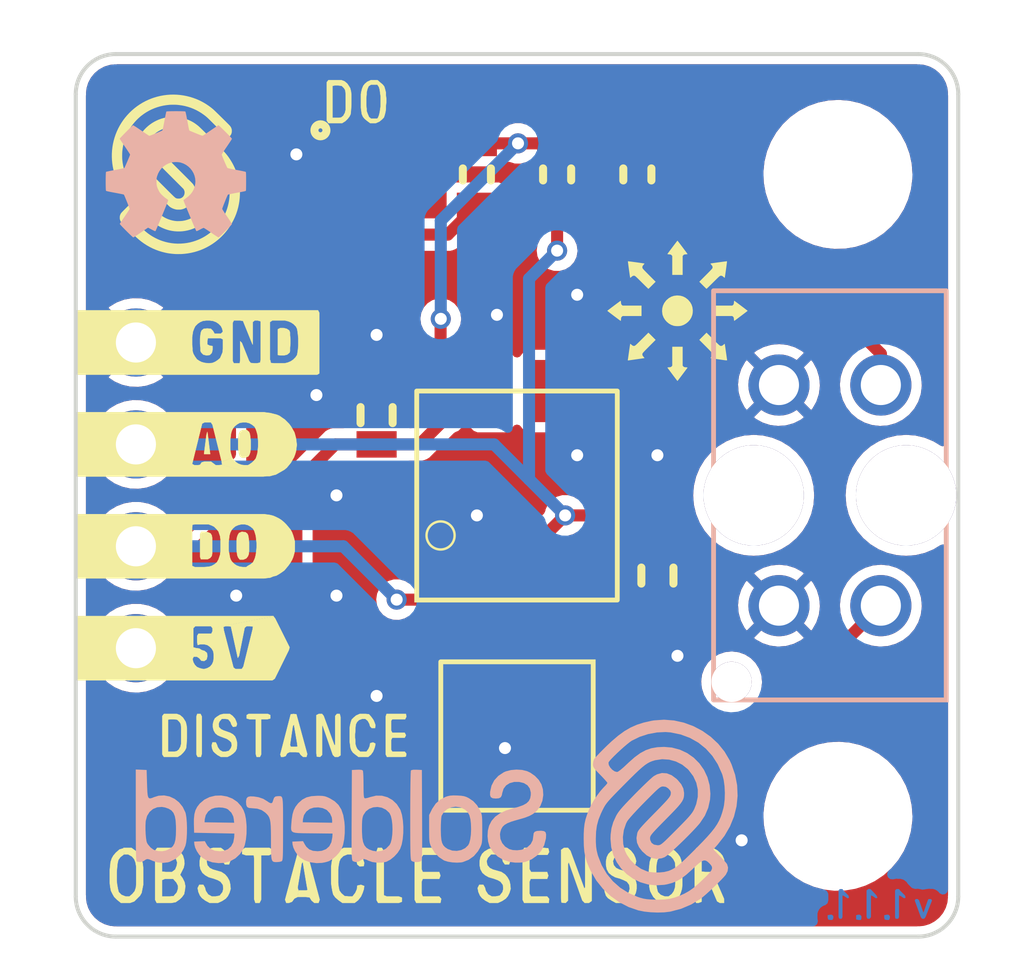
<source format=kicad_pcb>
(kicad_pcb (version 20210623) (generator pcbnew)
  (title_block (title "Obstacle sensor TCRT5000L") (date "2021-06-30") (rev "V1.1.1.") (company "SOLDERED") (comment 1 "333012"))
  (layers (0 "F.Cu" signal) (31 "B.Cu" signal) (34 "B.Paste" user) (35 "F.Paste" user) (36 "B.SilkS" user "B.Silkscreen") (37 "F.SilkS" user "F.Silkscreen") (38 "B.Mask" user) (39 "F.Mask" user) (44 "Edge.Cuts" user))
  (net 0 "")
  (net 1 "A0")
  (net 2 "GND")
  (net 3 "5V")
  (net 4 "Net-(D1-Pad1)")
  (net 5 "D0")
  (net 6 "Net-(R1-Pad1)")
  (net 7 "POT")
  (footprint "e-radionica.com footprinti:0603R" (layer "F.Cu") (at 100 111 90)
    (fp_text reference "R4")
    (fp_text value "10k")
    (pad "1" smd rect locked (at -0.775 0 180) (size 1 0.64) (layers "F.Cu" "F.Paste" "F.Mask") (net 5 "D0"))
    (pad "2" smd rect locked (at 0.775 0 180) (size 1 0.64) (layers "F.Cu" "F.Paste" "F.Mask") (net 3 "5V"))
  )
  (footprint "e-radionica.com footprinti:0603C" (layer "F.Cu") (at 104.5 121 90)
    (fp_text reference "C1")
    (fp_text value "0.1uF")
    (pad "1" smd rect locked (at -0.73 0 90) (size 0.66 1) (layers "F.Cu" "F.Paste" "F.Mask") (net 2 "GND"))
    (pad "2" smd rect locked (at 0.73 0 90) (size 0.66 1) (layers "F.Cu" "F.Paste" "F.Mask") (net 1 "A0"))
  )
  (footprint "Soldered Graphics:Logo-Back-SolderedFULL-15mm" (layer "F.Cu") (at 99 127)
    (fp_text reference "REF**" hide)
    (fp_text value "Logo-Front-SolderedFULL-15mm" hide)
  )
  (footprint "buzzardLabel" (layer "F.Cu") (at 89.6 120.27)
    (fp_text reference "" (at 0 0) (layer "F.SilkS") (effects (font (size 1.27 1.27))))
    (fp_text value "" (at 0 0) (layer "F.SilkS") (effects (font (size 1.27 1.27))))
  )
  (footprint "e-radionica.com footprinti:0603R" (layer "F.Cu") (at 102 111 90)
    (fp_text reference "R3")
    (fp_text value "10k")
    (pad "1" smd rect locked (at -0.775 0 180) (size 1 0.64) (layers "F.Cu" "F.Paste" "F.Mask") (net 1 "A0"))
    (pad "2" smd rect locked (at 0.775 0 180) (size 1 0.64) (layers "F.Cu" "F.Paste" "F.Mask") (net 3 "5V"))
  )
  (footprint "buzzardLabel" (layer "F.Cu") (at 95.2 125)
    (fp_text reference "" (at 0 0) (layer "F.SilkS") (effects (font (size 1.27 1.27))))
    (fp_text value "" (at 0 0) (layer "F.SilkS") (effects (font (size 1.27 1.27))))
  )
  (footprint "e-radionica.com footprinti:HOLE_3.2mm" (layer "F.Cu") (at 109 111)
    (fp_text reference "H2" hide)
    (fp_text value "HOLE_3.2mm" hide)
    (pad "" np_thru_hole circle locked (at 0 0) (size 3.2 3.2) (drill 3.2) (layers F&B.Cu *.Mask))
  )
  (footprint "e-radionica.com footprinti:0402R" (layer "F.Cu") (at 97 112.5 180)
    (fp_text reference "R5")
    (fp_text value "2k2")
    (pad "1" smd rect locked (at -0.5 0 270) (size 0.64 0.54) (layers "F.Cu" "F.Paste" "F.Mask") (net 5 "D0"))
    (pad "2" smd rect locked (at 0.5 0 270) (size 0.64 0.54) (layers "F.Cu" "F.Paste" "F.Mask") (net 4 "Net-(D1-Pad1)"))
  )
  (footprint "buzzardLabel" (layer "F.Cu") (at 97 109.2)
    (fp_text reference "" (at 0 0) (layer "F.SilkS") (effects (font (size 1.27 1.27))))
    (fp_text value "" (at 0 0) (layer "F.SilkS") (effects (font (size 1.27 1.27))))
  )
  (footprint "Soldered Graphics:Logo-Back-OSH-3.5mm" (layer "F.Cu") (at 92.5 111)
    (fp_text reference "G***" hide)
    (fp_text value "LOGO" hide)
  )
  (footprint "e-radionica.com footprinti:FIDUCIAL_23" (layer "F.Cu") (at 105 126.3)
    (fp_text reference "FD1")
    (fp_text value "FIDUCIAL")
    (fp_circle (center 0 0) (end 1 0) (layer "F.Cu") (width 0.2) (fill none))
    (pad "1" smd circle (at 0 0) (size 1 1) (layers "F.Cu" "F.Paste" "F.Mask") (clearance 1.1))
  )
  (footprint "e-radionica.com footprinti:tc33x-2-103e" (layer "F.Cu") (at 101 125 -90)
    (fp_text reference "R2")
    (fp_text value "tc33x-2-103e")
    (pad "1" smd rect locked (at -1 1.8 270) (size 1.2 1.2) (layers "F.Cu" "F.Paste" "F.Mask") (net 3 "5V"))
    (pad "2" smd rect locked (at 0 -1.45 270) (size 1.6 1.5) (layers "F.Cu" "F.Paste" "F.Mask") (net 7 "POT"))
    (pad "3" smd rect locked (at 1 1.8 270) (size 1.2 1.2) (layers "F.Cu" "F.Paste" "F.Mask") (net 2 "GND"))
  )
  (footprint "buzzardLabel" (layer "F.Cu") (at 89.6 117.73)
    (fp_text reference "" (at 0 0) (layer "F.SilkS") (effects (font (size 1.27 1.27))))
    (fp_text value "" (at 0 0) (layer "F.SilkS") (effects (font (size 1.27 1.27))))
  )
  (footprint "buzzardLabel" (layer "F.Cu") (at 89.6 115.19)
    (fp_text reference "" (at 0 0) (layer "F.SilkS") (effects (font (size 1.27 1.27))))
    (fp_text value "" (at 0 0) (layer "F.SilkS") (effects (font (size 1.27 1.27))))
  )
  (footprint "e-radionica.com footprinti:0603R" (layer "F.Cu") (at 104 111 90)
    (fp_text reference "R1")
    (fp_text value "300R")
    (pad "1" smd rect locked (at -0.775 0 180) (size 1 0.64) (layers "F.Cu" "F.Paste" "F.Mask") (net 6 "Net-(R1-Pad1)"))
    (pad "2" smd rect locked (at 0.775 0 180) (size 1 0.64) (layers "F.Cu" "F.Paste" "F.Mask") (net 3 "5V"))
  )
  (footprint "e-radionica.com footprinti:HOLE_3.2mm" (layer "F.Cu") (at 109 127)
    (fp_text reference "H1" hide)
    (fp_text value "HOLE_3.2mm" hide)
    (pad "" np_thru_hole circle locked (at 0 0) (size 3.2 3.2) (drill 3.2) (layers F&B.Cu *.Mask))
  )
  (footprint "buzzardLabel" (layer "F.Cu") (at 98.5 128.5)
    (fp_text reference "" (at 0 0) (layer "F.SilkS") (effects (font (size 1.27 1.27))))
    (fp_text value "" (at 0 0) (layer "F.SilkS") (effects (font (size 1.27 1.27))))
  )
  (footprint "e-radionica.com footprinti:SOIC−8" (layer "F.Cu") (at 101 119 90)
    (fp_text reference "U2")
    (fp_text value "LM393")
    (pad "1" smd rect locked (at -2.7 -1.905 90) (size 1.55 0.6) (layers "F.Cu" "F.Paste" "F.Mask") (net 5 "D0"))
    (pad "2" smd rect locked (at -2.6 -0.635 90) (size 1.55 0.6) (layers "F.Cu" "F.Paste" "F.Mask") (net 7 "POT"))
    (pad "3" smd rect locked (at -2.6 0.635 90) (size 1.55 0.6) (layers "F.Cu" "F.Paste" "F.Mask") (net 1 "A0"))
    (pad "4" smd rect locked (at -2.6 1.905 90) (size 1.55 0.6) (layers "F.Cu" "F.Paste" "F.Mask") (net 2 "GND"))
    (pad "5" smd rect locked (at 2.6 1.905 90) (size 1.55 0.6) (layers "F.Cu" "F.Paste" "F.Mask"))
    (pad "6" smd rect locked (at 2.6 0.635 90) (size 1.55 0.6) (layers "F.Cu" "F.Paste" "F.Mask"))
    (pad "7" smd rect locked (at 2.6 -0.635 90) (size 1.55 0.6) (layers "F.Cu" "F.Paste" "F.Mask"))
    (pad "8" smd rect locked (at 2.6 -1.905 90) (size 1.55 0.6) (layers "F.Cu" "F.Paste" "F.Mask") (net 3 "5V"))
  )
  (footprint "Soldered Graphics:Logo-Front-Soldered-4mm" (layer "F.Cu") (at 92.5 111)
    (fp_text reference "G***" hide)
    (fp_text value "LOGO" hide)
  )
  (footprint "e-radionica.com footprinti:0603C" (layer "F.Cu") (at 97.5 117 -90)
    (fp_text reference "C2")
    (fp_text value "0.1uF")
    (pad "1" smd rect locked (at -0.73 0 270) (size 0.66 1) (layers "F.Cu" "F.Paste" "F.Mask") (net 2 "GND"))
    (pad "2" smd rect locked (at 0.73 0 270) (size 0.66 1) (layers "F.Cu" "F.Paste" "F.Mask") (net 3 "5V"))
  )
  (footprint "Soldered Graphics:Symbol-Front-Movement" (layer "F.Cu") (at 105 114.4)
    (fp_text reference "G***" hide)
    (fp_text value "LOGO" hide)
  )
  (footprint "buzzardLabel" (layer "F.Cu") (at 89.6 122.81)
    (fp_text reference "" (at 0 0) (layer "F.SilkS") (effects (font (size 1.27 1.27))))
    (fp_text value "" (at 0 0) (layer "F.SilkS") (effects (font (size 1.27 1.27))))
  )
  (footprint "e-radionica.com footprinti:0402LED" (layer "F.Cu") (at 97 110.5 180)
    (fp_text reference "D1")
    (fp_text value "purple")
    (pad "1" smd rect locked (at -0.55 0 270) (size 0.75 0.45) (layers "F.Cu" "F.Paste" "F.Mask") (net 4 "Net-(D1-Pad1)"))
    (pad "2" smd rect locked (at 0.55 0 270) (size 0.75 0.45) (layers "F.Cu" "F.Paste" "F.Mask") (net 2 "GND"))
  )
  (footprint "e-radionica.com footprinti:TCRT5000L" (layer "B.Cu") (at 108.8 119 90)
    (fp_text reference "U1")
    (fp_text value "tcrt5000L")
    (pad "" thru_hole circle (at 0 1.9 90) (size 2.5 2.5) (drill 2.5) (layers *.Cu *.Mask))
    (pad "" thru_hole circle (at -4.65 -2.45 90) (size 1 1) (drill 1) (layers *.Cu *.Mask))
    (pad "" thru_hole circle (at 0 -1.9 90) (size 2.5 2.5) (drill 2.5) (layers *.Cu *.Mask))
    (pad "A" thru_hole circle (at 2.75 1.27 90) (size 1.524 1.524) (drill 1) (layers *.Cu *.Mask) (net 6 "Net-(R1-Pad1)"))
    (pad "Cath" thru_hole circle (at 2.75 -1.27 90) (size 1.524 1.524) (drill 1) (layers *.Cu *.Mask) (net 2 "GND"))
    (pad "Coll" thru_hole circle (at -2.75 1.27 90) (size 1.524 1.524) (drill 1) (layers *.Cu *.Mask) (net 1 "A0"))
    (pad "E" thru_hole circle (at -2.75 -1.27 90) (size 1.524 1.524) (drill 1) (layers *.Cu *.Mask) (net 2 "GND"))
  )
  (footprint "Soldered Graphics:Version1.1.1." (layer "B.Cu") (at 110 129.2 180)
    (fp_text reference "REF**" hide)
    (fp_text value "Version1.1.1." hide)
    (fp_poly (pts (xy 1.14 -0.38) (xy 1.19 -0.38) (xy 1.24 -0.37) (xy 1.25 -0.33) (xy 1.25 -0.27) (xy 1.2 -0.26) (xy 1.15 -0.26) (xy 1.12 -0.29) (xy 1.12 -0.34) (xy 1.14 -0.38)) (layer "B.Cu") (width 0.01) (fill solid))
    (fp_poly (pts (xy 0.21 -0.35) (xy 0.26 -0.35) (xy 0.28 -0.31) (xy 0.28 0.35) (xy 0.24 0.38) (xy 0.19 0.38) (xy 0.15 0.34) (xy 0.04 0.22) (xy 0.02 0.17) (xy 0.05 0.16) (xy 0.14 0.22) (xy 0.18 0.23) (xy 0.18 -0.31) (xy 0.21 -0.35)) (layer "B.Cu") (width 0.01) (fill solid))
    (fp_poly (pts (xy -1.15 -0.35) (xy -1.1 -0.35) (xy -1.07 -0.31) (xy -0.92 0.1) (xy -0.94 0.13) (xy -0.99 0.13) (xy -1.02 0.1) (xy -1.11 -0.16) (xy -1.13 -0.21) (xy -1.15 -0.17) (xy -1.24 0.09) (xy -1.26 0.13) (xy -1.32 0.13) (xy -1.34 0.1) (xy -1.18 -0.31) (xy -1.15 -0.35)) (layer "B.Cu") (width 0.01) (fill solid))
    (fp_poly (pts (xy 0.91 -0.35) (xy 0.96 -0.35) (xy 0.98 -0.31) (xy 0.98 0.35) (xy 0.95 0.38) (xy 0.89 0.38) (xy 0.86 0.34) (xy 0.74 0.22) (xy 0.73 0.17) (xy 0.76 0.16) (xy 0.85 0.22) (xy 0.89 0.23) (xy 0.89 -0.31) (xy 0.91 -0.35)) (layer "B.Cu") (width 0.01) (fill solid))
    (fp_poly (pts (xy 0.43 -0.38) (xy 0.48 -0.38) (xy 0.54 -0.37) (xy 0.54 -0.33) (xy 0.54 -0.27) (xy 0.5 -0.26) (xy 0.45 -0.26) (xy 0.42 -0.29) (xy 0.42 -0.34) (xy 0.43 -0.38)) (layer "B.Cu") (width 0.01) (fill solid))
    (fp_poly (pts (xy -0.27 -0.38) (xy -0.22 -0.38) (xy -0.17 -0.37) (xy -0.16 -0.33) (xy -0.16 -0.27) (xy -0.21 -0.26) (xy -0.26 -0.26) (xy -0.29 -0.29) (xy -0.29 -0.34) (xy -0.27 -0.38)) (layer "B.Cu") (width 0.01) (fill solid))
    (fp_poly (pts (xy -0.5 -0.35) (xy -0.44 -0.35) (xy -0.43 -0.31) (xy -0.43 0.35) (xy -0.46 0.38) (xy -0.52 0.38) (xy -0.55 0.34) (xy -0.67 0.22) (xy -0.68 0.17) (xy -0.65 0.16) (xy -0.56 0.22) (xy -0.52 0.23) (xy -0.52 -0.31) (xy -0.5 -0.35)) (layer "B.Cu") (width 0.01) (fill solid))
  )
  (footprint "e-radionica.com footprinti:HEADER_MALE_4X1" (layer "B.Cu") (at 91.5 119 -90)
    (fp_text reference "K1")
    (fp_text value "HEADER_MALE_4X1")
    (pad "1" thru_hole circle locked (at -3.81 0 270) (size 1.7 1.7) (drill 1) (layers *.Cu *.Mask) (net 2 "GND"))
    (pad "2" thru_hole circle locked (at -1.27 0 270) (size 1.7 1.7) (drill 1) (layers *.Cu *.Mask) (net 1 "A0"))
    (pad "3" thru_hole circle locked (at 1.27 0 270) (size 1.7 1.7) (drill 1) (layers *.Cu *.Mask) (net 5 "D0"))
    (pad "4" thru_hole circle locked (at 3.81 0 270) (size 1.7 1.7) (drill 1) (layers *.Cu *.Mask) (net 3 "5V"))
  )
  (gr_arc (start 91 109) (end 91 108) (angle -90) (layer "Edge.Cuts") (width 0.1))
  (gr_arc (start 111 129) (end 111 130) (angle -90) (layer "Edge.Cuts") (width 0.1))
  (gr_line (start 111 108) (end 91 108) (layer "Edge.Cuts") (width 0.1))
  (gr_line (start 91 130) (end 111 130) (layer "Edge.Cuts") (width 0.1))
  (gr_arc (start 111 109) (end 111 108) (angle 90) (layer "Edge.Cuts") (width 0.1))
  (gr_arc (start 91 129) (end 91 130) (angle 90) (layer "Edge.Cuts") (width 0.1))
  (gr_line (start 112 129) (end 112 109) (layer "Edge.Cuts") (width 0.1))
  (gr_line (start 90 109) (end 90 129) (layer "Edge.Cuts") (width 0.1))
  (segment (start 102.2 119.5) (end 101.6 120.1) (width 0.3) (layer "F.Cu") (net 1))
  (segment (start 102.2 119.5) (end 103.73 119.5) (width 0.3) (layer "F.Cu") (net 1))
  (segment (start 110.07 121.75) (end 106.92 124.9) (width 0.3) (layer "F.Cu") (net 1))
  (segment (start 106.92 124.9) (end 106.074183 124.9) (width 0.3) (layer "F.Cu") (net 1))
  (segment (start 105.724672 124.550489) (end 104.750489 124.550489) (width 0.3) (layer "F.Cu") (net 1))
  (segment (start 101.6 121.565) (end 101.635 121.6) (width 0.3) (layer "F.Cu") (net 1))
  (segment (start 101.6 120.1) (end 101.6 121.565) (width 0.3) (layer "F.Cu") (net 1))
  (segment (start 103.6 123.4) (end 102.3 123.4) (width 0.3) (layer "F.Cu") (net 1))
  (segment (start 102.3 123.4) (end 101.635 122.735) (width 0.3) (layer "F.Cu") (net 1))
  (segment (start 102 112.9) (end 102 111.775) (width 0.3) (layer "F.Cu") (net 1))
  (segment (start 104.750489 124.550489) (end 103.6 123.4) (width 0.3) (layer "F.Cu") (net 1))
  (segment (start 106.074183 124.9) (end 105.724672 124.550489) (width 0.3) (layer "F.Cu") (net 1))
  (segment (start 103.73 119.5) (end 104.5 120.27) (width 0.3) (layer "F.Cu") (net 1))
  (segment (start 101.635 122.735) (end 101.635 121.6) (width 0.3) (layer "F.Cu") (net 1))
  (via (at 102 112.9) (size 0.5) (drill 0.3) (layers "F.Cu" "B.Cu") (net 1))
  (via (at 102.2 119.5) (size 0.5) (drill 0.3) (layers "F.Cu" "B.Cu") (net 1))
  (segment (start 100.43 117.73) (end 91.5 117.73) (width 0.3) (layer "B.Cu") (net 1))
  (segment (start 101.3 118.6) (end 101.3 113.6) (width 0.3) (layer "B.Cu") (net 1))
  (segment (start 102.2 119.5) (end 101.3 118.6) (width 0.3) (layer "B.Cu") (net 1))
  (segment (start 101.3 113.6) (end 102 112.9) (width 0.3) (layer "B.Cu") (net 1))
  (segment (start 101.3 118.6) (end 100.43 117.73) (width 0.3) (layer "B.Cu") (net 1))
  (via (at 96.5 119) (size 0.5) (drill 0.3) (layers "F.Cu" "B.Cu") (net 2))
  (via (at 95.5 110.5) (size 0.5) (drill 0.3) (layers "F.Cu" "B.Cu") (net 2))
  (via (at 105 123) (size 0.5) (drill 0.3) (layers "F.Cu" "B.Cu") (net 2))
  (via (at 100 119.5) (size 0.5) (drill 0.3) (layers "F.Cu" "B.Cu") (net 2))
  (via (at 104.5 118) (size 0.5) (drill 0.3) (layers "F.Cu" "B.Cu") (net 2))
  (via (at 97.5 124) (size 0.5) (drill 0.3) (layers "F.Cu" "B.Cu") (net 2))
  (via (at 102.5 118) (size 0.5) (drill 0.3) (layers "F.Cu" "B.Cu") (net 2))
  (via (at 94 121.5) (size 0.5) (drill 0.3) (layers "F.Cu" "B.Cu") (net 2))
  (via (at 102.5 114) (size 0.5) (drill 0.3) (layers "F.Cu" "B.Cu") (net 2))
  (via (at 96.5 121.5) (size 0.5) (drill 0.3) (layers "F.Cu" "B.Cu") (net 2))
  (via (at 106.6 127.6) (size 0.5) (drill 0.3) (layers "F.Cu" "B.Cu") (net 2))
  (via (at 96 116.5) (size 0.5) (drill 0.3) (layers "F.Cu" "B.Cu") (net 2))
  (via (at 97.5 115) (size 0.5) (drill 0.3) (layers "F.Cu" "B.Cu") (net 2))
  (via (at 100.5 114.5) (size 0.5) (drill 0.3) (layers "F.Cu" "B.Cu") (net 2))
  (via (at 100.7 125.3) (size 0.5) (drill 0.3) (layers "F.Cu" "B.Cu") (net 2))
  (segment (start 99.095 116.4) (end 99.095 114.605) (width 0.3) (layer "F.Cu") (net 3))
  (segment (start 99.095 114.605) (end 99.1 114.6) (width 0.3) (layer "F.Cu") (net 3))
  (segment (start 95.5 122.12) (end 94.81 122.81) (width 0.3) (layer "F.Cu") (net 3))
  (segment (start 99.1 116.405) (end 99.095 116.4) (width 0.3) (layer "F.Cu") (net 3))
  (segment (start 97.5 117.73) (end 98.57 117.73) (width 0.3) (layer "F.Cu") (net 3))
  (segment (start 102 110.225) (end 104 110.225) (width 0.3) (layer "F.Cu") (net 3))
  (segment (start 100 110.225) (end 101.025 110.225) (width 0.3) (layer "F.Cu") (net 3))
  (segment (start 101.025 110.225) (end 102 110.225) (width 0.3) (layer "F.Cu") (net 3))
  (segment (start 94.81 122.81) (end 98.01 122.81) (width 0.3) (layer "F.Cu") (net 3))
  (segment (start 96.47 117.73) (end 95.5 118.7) (width 0.3) (layer "F.Cu") (net 3))
  (segment (start 98.57 117.73) (end 99.1 117.2) (width 0.3) (layer "F.Cu") (net 3))
  (segment (start 91.5 122.81) (end 94.81 122.81) (width 0.3) (layer "F.Cu") (net 3))
  (segment (start 99.1 117.2) (end 99.1 116.405) (width 0.3) (layer "F.Cu") (net 3))
  (segment (start 97.5 117.73) (end 96.47 117.73) (width 0.3) (layer "F.Cu") (net 3))
  (segment (start 95.5 118.7) (end 95.5 122.12) (width 0.3) (layer "F.Cu") (net 3))
  (segment (start 98.01 122.81) (end 99.2 124) (width 0.3) (layer "F.Cu") (net 3))
  (via (at 101.025 110.225) (size 0.5) (drill 0.3) (layers "F.Cu" "B.Cu") (net 3))
  (via (at 99.1 114.6) (size 0.5) (drill 0.3) (layers "F.Cu" "B.Cu") (net 3))
  (segment (start 99.1 112.15) (end 101.025 110.225) (width 0.3) (layer "B.Cu") (net 3))
  (segment (start 99.1 114.6) (end 99.1 112.15) (width 0.3) (layer "B.Cu") (net 3))
  (segment (start 96.5 112.5) (end 96.5 111.9) (width 0.3) (layer "F.Cu") (net 4))
  (segment (start 96.5 111.9) (end 97.55 110.85) (width 0.3) (layer "F.Cu") (net 4))
  (segment (start 97.55 110.85) (end 97.55 110.5) (width 0.3) (layer "F.Cu") (net 4))
  (segment (start 94.4 118.2) (end 94.4 116.7) (width 0.3) (layer "F.Cu") (net 5))
  (segment (start 92.33 120.27) (end 94.4 118.2) (width 0.3) (layer "F.Cu") (net 5))
  (segment (start 99.275 112.5) (end 100 111.775) (width 0.3) (layer "F.Cu") (net 5))
  (segment (start 98.995 121.6) (end 99.095 121.7) (width 0.3) (layer "F.Cu") (net 5))
  (segment (start 98 121.6) (end 98.995 121.6) (width 0.3) (layer "F.Cu") (net 5))
  (segment (start 91.5 120.27) (end 92.33 120.27) (width 0.3) (layer "F.Cu") (net 5))
  (segment (start 94.4 116.7) (end 97.5 113.6) (width 0.3) (layer "F.Cu") (net 5))
  (segment (start 97.5 113.6) (end 97.5 112.5) (width 0.3) (layer "F.Cu") (net 5))
  (segment (start 97.5 112.5) (end 99.275 112.5) (width 0.3) (layer "F.Cu") (net 5))
  (via (at 98 121.6) (size 0.5) (drill 0.3) (layers "F.Cu" "B.Cu") (net 5))
  (segment (start 91.5 120.27) (end 96.67 120.27) (width 0.3) (layer "B.Cu") (net 5))
  (segment (start 96.67 120.27) (end 98 121.6) (width 0.3) (layer "B.Cu") (net 5))
  (segment (start 110.07 116.25) (end 110.07 115.47) (width 0.3) (layer "F.Cu") (net 6))
  (segment (start 106.2 114) (end 104 111.8) (width 0.3) (layer "F.Cu") (net 6))
  (segment (start 108.6 114) (end 106.2 114) (width 0.3) (layer "F.Cu") (net 6))
  (segment (start 110.07 115.47) (end 108.6 114) (width 0.3) (layer "F.Cu") (net 6))
  (segment (start 104 111.8) (end 104 111.775) (width 0.3) (layer "F.Cu") (net 6))
  (segment (start 100.365 121.6) (end 100.365 122.965) (width 0.3) (layer "F.Cu") (net 7))
  (segment (start 100.365 122.965) (end 102.55 125.15) (width 0.3) (layer "F.Cu") (net 7))
  (zone (net 2) (net_name "GND") (layers F&B.Cu) (connect_pads (clearance 0.254)) (min_thickness 0.254) (fill yes (thermal_gap 0.254) (thermal_bridge_width 0.254))
    (polygon (pts (xy 112 130) (xy 90 130) (xy 90 108) (xy 112 108)))
  )
)
</source>
